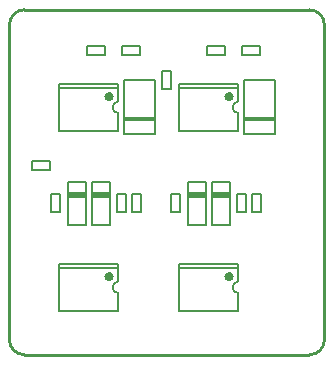
<source format=gto>
G04*
G04 #@! TF.GenerationSoftware,Altium Limited,Altium Designer,22.2.1 (43)*
G04*
G04 Layer_Color=65535*
%FSLAX44Y44*%
%MOMM*%
G71*
G04*
G04 #@! TF.SameCoordinates,B242430B-52BB-43DD-A0E7-0EA7797FDCDA*
G04*
G04*
G04 #@! TF.FilePolarity,Positive*
G04*
G01*
G75*
%ADD10C,0.4064*%
%ADD11C,0.2032*%
%ADD12C,0.1270*%
%ADD13C,0.2000*%
%ADD14R,1.6000X0.6000*%
%ADD15C,0.2540*%
D10*
X-47135Y72500D02*
G03*
X-47135Y72500I-1905J0D01*
G01*
Y-79900D02*
G03*
X-47135Y-79900I-1905J0D01*
G01*
X54465Y72500D02*
G03*
X54465Y72500I-1905J0D01*
G01*
Y-79900D02*
G03*
X54465Y-79900I-1905J0D01*
G01*
D11*
X-41040Y68500D02*
G03*
X-41040Y58500I0J-5000D01*
G01*
Y-83900D02*
G03*
X-41040Y-93900I0J-5000D01*
G01*
X60560Y68500D02*
G03*
X60560Y58500I0J-5000D01*
G01*
Y-83900D02*
G03*
X60560Y-93900I0J-5000D01*
G01*
X-41040Y43500D02*
Y58500D01*
Y68500D02*
Y83500D01*
Y-108900D02*
Y-93900D01*
Y-83900D02*
Y-68900D01*
X60560Y43500D02*
Y58500D01*
Y68500D02*
Y83500D01*
Y-108900D02*
Y-93900D01*
Y-83900D02*
Y-68900D01*
D12*
X-41910Y-25400D02*
Y-10160D01*
X-34290D01*
X-41910Y-25400D02*
X-34290D01*
Y-10160D01*
X-38100Y107950D02*
X-22860D01*
X-38100D02*
Y115570D01*
X-22860Y107950D02*
Y115570D01*
X-38100D02*
X-22860D01*
X-67310D02*
X-52070D01*
Y107950D02*
Y115570D01*
X-67310Y107950D02*
Y115570D01*
Y107950D02*
X-52070D01*
X-29210Y-25400D02*
Y-10160D01*
X-21590D01*
X-29210Y-25400D02*
X-21590D01*
Y-10160D01*
X-97790Y-25400D02*
Y-10160D01*
X-90170D01*
X-97790Y-25400D02*
X-90170D01*
Y-10160D01*
X63500Y107950D02*
X78740D01*
X63500D02*
Y115570D01*
X78740Y107950D02*
Y115570D01*
X63500D02*
X78740D01*
X34290D02*
X49530D01*
Y107950D02*
Y115570D01*
X34290Y107950D02*
Y115570D01*
Y107950D02*
X49530D01*
X72390Y-25400D02*
Y-10160D01*
X80010D01*
X72390Y-25400D02*
X80010D01*
Y-10160D01*
X59690Y-25400D02*
Y-10160D01*
X67310D01*
X59690Y-25400D02*
X67310D01*
Y-10160D01*
X3810Y78740D02*
Y93980D01*
X-3810Y78740D02*
X3810D01*
X-3810Y93980D02*
X3810D01*
X-3810Y78740D02*
Y93980D01*
X-114300Y17780D02*
X-99060D01*
Y10160D02*
Y17780D01*
X-114300Y10160D02*
Y17780D01*
Y10160D02*
X-99060D01*
X3810Y-25400D02*
Y-10160D01*
X11430D01*
X3810Y-25400D02*
X11430D01*
Y-10160D01*
D13*
X33400Y-35780D02*
Y220D01*
X17400Y-35780D02*
X33400D01*
X17400D02*
Y220D01*
X33400D01*
X53720Y-35780D02*
Y220D01*
X37720Y-35780D02*
X53720D01*
X37720D02*
Y220D01*
X53720D01*
X-68200Y-35780D02*
Y220D01*
X-84200Y-35780D02*
X-68200D01*
X-84200D02*
Y220D01*
X-68200D01*
X-47880Y-35780D02*
Y220D01*
X-63880Y-35780D02*
X-47880D01*
X-63880D02*
Y220D01*
X-47880D01*
X-36440Y40500D02*
Y86500D01*
Y40500D02*
X-10160D01*
X-36440Y86500D02*
X-10160D01*
Y40500D02*
Y86500D01*
X-36140Y54500D02*
X-10860D01*
X-36140Y53500D02*
X-10860D01*
X-36140Y52500D02*
X-10860D01*
X-91040Y83500D02*
X-41040D01*
X-91040Y43500D02*
Y83500D01*
Y43500D02*
X-41040D01*
X-91040Y79750D02*
X-41040D01*
X-91040Y-68900D02*
X-41040D01*
X-91040Y-108900D02*
Y-68900D01*
Y-108900D02*
X-41040D01*
X-91040Y-72650D02*
X-41040D01*
X65160Y40500D02*
Y86500D01*
Y40500D02*
X91440D01*
X65160Y86500D02*
X91440D01*
Y40500D02*
Y86500D01*
X65460Y54500D02*
X90740D01*
X65460Y53500D02*
X90740D01*
X65460Y52500D02*
X90740D01*
X10560Y83500D02*
X60560D01*
X10560Y43500D02*
Y83500D01*
Y43500D02*
X60560D01*
X10560Y79750D02*
X60560D01*
X10560Y-68900D02*
X60560D01*
X10560Y-108900D02*
Y-68900D01*
Y-108900D02*
X60560D01*
X10560Y-72650D02*
X60560D01*
D14*
X25400Y-10780D02*
D03*
X45720D02*
D03*
X-76200D02*
D03*
X-55880D02*
D03*
D15*
X120650Y-146050D02*
G03*
X133350Y-133350I0J12700D01*
G01*
X-133350D02*
G03*
X-120650Y-146050I12700J-0D01*
G01*
X133350Y133350D02*
G03*
X120650Y146050I-12700J0D01*
G01*
X-120650D02*
G03*
X-133350Y133350I0J-12700D01*
G01*
X133350Y-133350D02*
Y0D01*
X0Y-146050D02*
X120650D01*
X-120650D02*
X0D01*
X-133350Y-133350D02*
Y0D01*
X133350D02*
Y133350D01*
X0Y146050D02*
X120650D01*
X-120650D02*
X0D01*
X-133350Y0D02*
Y133350D01*
M02*

</source>
